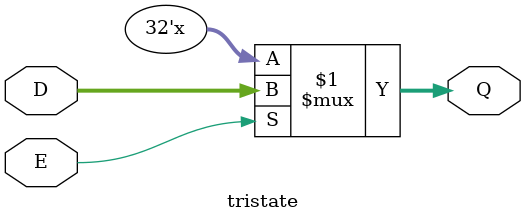
<source format=v>
module tristate(
    input [31:0] D,
    input E,
    output [31:0] Q
);

    assign Q = E ? D : 32'bZZZZZZZZZZZZZZZZZZZZZZZZZZZZZZZZ;

endmodule
</source>
